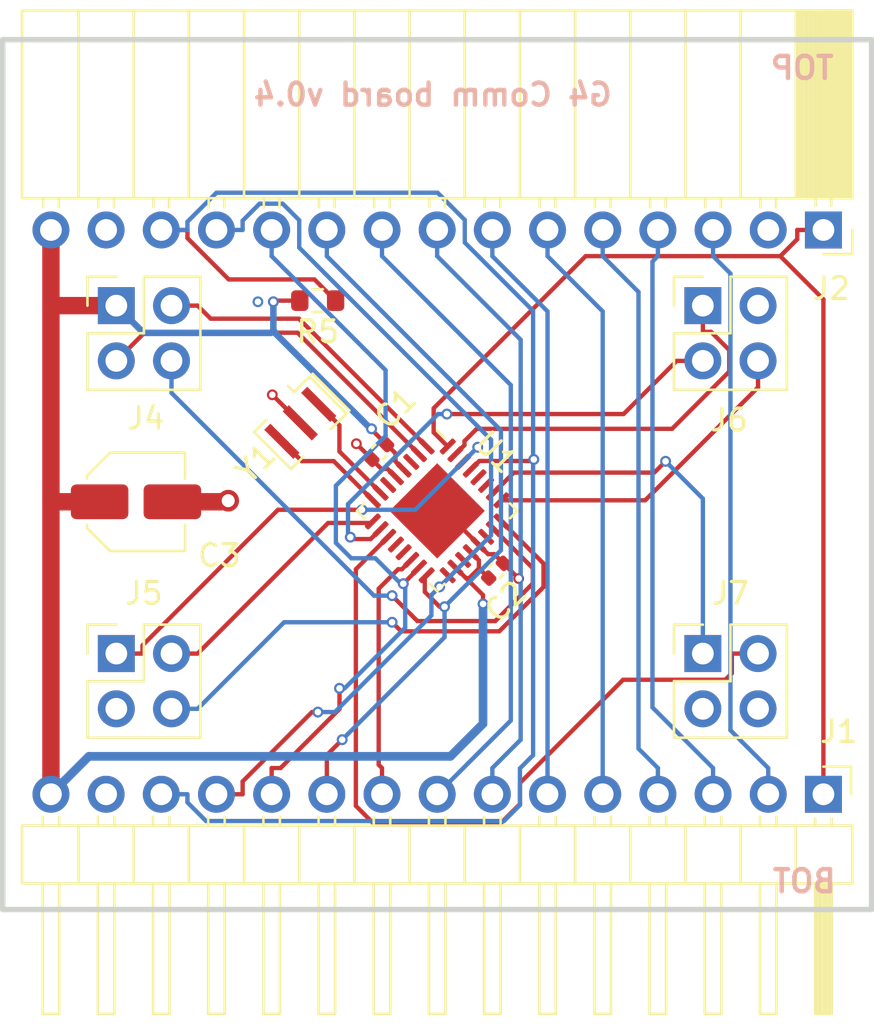
<source format=kicad_pcb>
(kicad_pcb (version 20221018) (generator pcbnew)
  (layers (0 "F.Cu" signal) (1 "In1.Cu" signal) (2 "In2.Cu" signal) (31 "B.Cu" signal) (34 "B.Paste" user) (35 "F.Paste" user) (36 "B.SilkS" user "B.Silkscreen") (37 "F.SilkS" user "F.Silkscreen") (38 "B.Mask" user) (39 "F.Mask" user) (44 "Edge.Cuts" user))
  (net 0 "")
  (net 1 "+5V")
  (net 2 "/B0_CS0")
  (net 3 "/B0_CS1")
  (net 4 "/B0_CS2")
  (net 5 "/B0_CS3")
  (net 6 "/B0_CS4")
  (net 7 "/B0_CS5")
  (net 8 "/B0_CS6")
  (net 9 "/B0_CS7")
  (net 10 "/B0_MISO")
  (net 11 "/B0_MOSI")
  (net 12 "/B0_SCK")
  (net 13 "/B1_CS0")
  (net 14 "/B1_CS1")
  (net 15 "/B1_CS2")
  (net 16 "/B1_CS3")
  (net 17 "/B1_MISO")
  (net 18 "/B1_MOSI")
  (net 19 "/B1_SCK")
  (net 20 "/EXT_INT0")
  (net 21 "/RESET_DRV0")
  (net 22 "/RESET_DRV1")
  (net 23 "/RESET_DRV2")
  (net 24 "/RESET_DRV3")
  (net 25 "/RESET_MSTR")
  (net 26 "/XTAL1")
  (net 27 "/XTAL2")
  (net 28 "GND")
  (footprint "Connector_PinSocket_2.54mm:PinSocket_2x02_P2.54mm_Vertical" (layer "F.Cu") (at 57.77 62.23)
    (fp_text reference "J4" (at -1.1788 5.1816) (layer "F.SilkS"))
    (fp_text value "2x2 socket")
    (pad "1" thru_hole rect (at -2.54 0) (size 1.7 1.7) (drill 1) (layers "*.Cu" "*.Mask") (net 1 "+5V"))
    (pad "2" thru_hole oval (at 0 0) (size 1.7 1.7) (drill 1) (layers "*.Cu" "*.Mask") (net 13 "/B1_CS0"))
    (pad "3" thru_hole oval (at -2.54 2.54) (size 1.7 1.7) (drill 1) (layers "*.Cu" "*.Mask") (net 19 "/B1_SCK"))
    (pad "4" thru_hole oval (at 0 2.54) (size 1.7 1.7) (drill 1) (layers "*.Cu" "*.Mask") (net 21 "/RESET_DRV0"))
  )
  (footprint "Connector_PinSocket_2.54mm:PinSocket_2x02_P2.54mm_Vertical" (layer "F.Cu") (at 84.77 62.23)
    (fp_text reference "J6" (at -1.331 5.2578) (layer "F.SilkS"))
    (fp_text value "2x2 socket")
    (pad "1" thru_hole rect (at -2.54 0) (size 1.7 1.7) (drill 1) (layers "*.Cu" "*.Mask") (net 18 "/B1_MOSI"))
    (pad "2" thru_hole oval (at 0 0) (size 1.7 1.7) (drill 1) (layers "*.Cu" "*.Mask"))
    (pad "3" thru_hole oval (at -2.54 2.54) (size 1.7 1.7) (drill 1) (layers "*.Cu" "*.Mask") (net 15 "/B1_CS2"))
    (pad "4" thru_hole oval (at 0 2.54) (size 1.7 1.7) (drill 1) (layers "*.Cu" "*.Mask") (net 23 "/RESET_DRV2"))
  )
  (footprint "Connector_PinSocket_2.54mm:PinSocket_2x02_P2.54mm_Vertical" (layer "F.Cu") (at 57.77 78.23)
    (fp_text reference "J5" (at -1.27 -2.77) (layer "F.SilkS"))
    (fp_text value "2x2 socket")
    (pad "1" thru_hole rect (at -2.54 0) (size 1.7 1.7) (drill 1) (layers "*.Cu" "*.Mask") (net 17 "/B1_MISO"))
    (pad "2" thru_hole oval (at 0 0) (size 1.7 1.7) (drill 1) (layers "*.Cu" "*.Mask") (net 14 "/B1_CS1"))
    (pad "3" thru_hole oval (at -2.54 2.54) (size 1.7 1.7) (drill 1) (layers "*.Cu" "*.Mask"))
    (pad "4" thru_hole oval (at 0 2.54) (size 1.7 1.7) (drill 1) (layers "*.Cu" "*.Mask") (net 22 "/RESET_DRV1"))
  )
  (footprint "Connector_PinSocket_2.54mm:PinSocket_2x02_P2.54mm_Vertical" (layer "F.Cu") (at 84.77 78.23)
    (fp_text reference "J7" (at -1.27 -2.77) (layer "F.SilkS"))
    (fp_text value "2x2 socket")
    (pad "1" thru_hole rect (at -2.54 0) (size 1.7 1.7) (drill 1) (layers "*.Cu" "*.Mask") (net 24 "/RESET_DRV3"))
    (pad "2" thru_hole oval (at 0 0) (size 1.7 1.7) (drill 1) (layers "*.Cu" "*.Mask") (net 16 "/B1_CS3"))
    (pad "3" thru_hole oval (at -2.54 2.54) (size 1.7 1.7) (drill 1) (layers "*.Cu" "*.Mask") (net 28 "GND"))
    (pad "4" thru_hole oval (at 0 2.54) (size 1.7 1.7) (drill 1) (layers "*.Cu" "*.Mask"))
  )
  (footprint "Resistor_SMD:R_0603_1608Metric" (layer "F.Cu") (at 64.5 62 180)
    (fp_text reference "R5" (at 0 -1.43) (layer "F.SilkS"))
    (fp_text value "4.7k")
    (pad "1" smd roundrect (at -0.825 0 180) (size 0.8 0.95) (layers "F.Cu" "F.Paste" "F.Mask") (net 25 "/RESET_MSTR"))
    (pad "2" smd roundrect (at 0.825 0 180) (size 0.8 0.95) (layers "F.Cu" "F.Paste" "F.Mask") (net 1 "+5V"))
  )
  (footprint "Connector_PinHeader_2.54mm:PinHeader_1x15_P2.54mm_Horizontal" (layer "F.Cu") (at 87.78 84.7 -90)
    (fp_text reference "J1" (at -2.8866 -0.7136) (layer "F.SilkS"))
    (fp_text value "1x15 header")
    (pad "1" thru_hole rect (at 0 0 270) (size 1.7 1.7) (drill 1) (layers "*.Cu" "*.Mask") (net 20 "/EXT_INT0"))
    (pad "2" thru_hole oval (at 0 2.54 270) (size 1.7 1.7) (drill 1) (layers "*.Cu" "*.Mask") (net 9 "/B0_CS7"))
    (pad "3" thru_hole oval (at 0 5.08 270) (size 1.7 1.7) (drill 1) (layers "*.Cu" "*.Mask") (net 8 "/B0_CS6"))
    (pad "4" thru_hole oval (at 0 7.62 270) (size 1.7 1.7) (drill 1) (layers "*.Cu" "*.Mask") (net 7 "/B0_CS5"))
    (pad "5" thru_hole oval (at 0 10.16 270) (size 1.7 1.7) (drill 1) (layers "*.Cu" "*.Mask") (net 6 "/B0_CS4"))
    (pad "6" thru_hole oval (at 0 12.7 270) (size 1.7 1.7) (drill 1) (layers "*.Cu" "*.Mask") (net 5 "/B0_CS3"))
    (pad "7" thru_hole oval (at 0 15.24 270) (size 1.7 1.7) (drill 1) (layers "*.Cu" "*.Mask") (net 4 "/B0_CS2"))
    (pad "8" thru_hole oval (at 0 17.78 270) (size 1.7 1.7) (drill 1) (layers "*.Cu" "*.Mask") (net 3 "/B0_CS1"))
    (pad "9" thru_hole oval (at 0 20.32 270) (size 1.7 1.7) (drill 1) (layers "*.Cu" "*.Mask") (net 2 "/B0_CS0"))
    (pad "10" thru_hole oval (at 0 22.86 270) (size 1.7 1.7) (drill 1) (layers "*.Cu" "*.Mask") (net 10 "/B0_MISO"))
    (pad "11" thru_hole oval (at 0 25.4 270) (size 1.7 1.7) (drill 1) (layers "*.Cu" "*.Mask") (net 11 "/B0_MOSI"))
    (pad "12" thru_hole oval (at 0 27.94 270) (size 1.7 1.7) (drill 1) (layers "*.Cu" "*.Mask") (net 12 "/B0_SCK"))
    (pad "13" thru_hole oval (at 0 30.48 270) (size 1.7 1.7) (drill 1) (layers "*.Cu" "*.Mask") (net 25 "/RESET_MSTR"))
    (pad "14" thru_hole oval (at 0 33.02 270) (size 1.7 1.7) (drill 1) (layers "*.Cu" "*.Mask") (net 28 "GND"))
    (pad "15" thru_hole oval (at 0 35.56 270) (size 1.7 1.7) (drill 1) (layers "*.Cu" "*.Mask") (net 1 "+5V"))
  )
  (footprint "Capacitor_SMD:C_0402_1005Metric" (layer "F.Cu") (at 72.7106 74.4194 45)
    (fp_text reference "C2" (at -0.693798 1.315219 45) (layer "F.SilkS"))
    (fp_text value "1uF")
    (pad "1" smd roundrect (at -0.48 0 45) (size 0.56 0.62) (layers "F.Cu" "F.Paste" "F.Mask") (net 1 "+5V"))
    (pad "2" smd roundrect (at 0.48 0 45) (size 0.56 0.62) (layers "F.Cu" "F.Paste" "F.Mask") (net 28 "GND"))
  )
  (footprint "Connector_PinSocket_2.54mm:PinSocket_1x15_P2.54mm_Horizontal" (layer "F.Cu") (at 87.78 58.75 -90)
    (fp_text reference "J2" (at 2.6926 -0.358 -180) (layer "F.SilkS"))
    (fp_text value "1x15 socket")
    (pad "1" thru_hole rect (at 0 0 270) (size 1.7 1.7) (drill 1) (layers "*.Cu" "*.Mask") (net 20 "/EXT_INT0"))
    (pad "2" thru_hole oval (at 0 2.54 270) (size 1.7 1.7) (drill 1) (layers "*.Cu" "*.Mask"))
    (pad "3" thru_hole oval (at 0 5.08 270) (size 1.7 1.7) (drill 1) (layers "*.Cu" "*.Mask") (net 9 "/B0_CS7"))
    (pad "4" thru_hole oval (at 0 7.62 270) (size 1.7 1.7) (drill 1) (layers "*.Cu" "*.Mask") (net 8 "/B0_CS6"))
    (pad "5" thru_hole oval (at 0 10.16 270) (size 1.7 1.7) (drill 1) (layers "*.Cu" "*.Mask") (net 7 "/B0_CS5"))
    (pad "6" thru_hole oval (at 0 12.7 270) (size 1.7 1.7) (drill 1) (layers "*.Cu" "*.Mask") (net 6 "/B0_CS4"))
    (pad "7" thru_hole oval (at 0 15.24 270) (size 1.7 1.7) (drill 1) (layers "*.Cu" "*.Mask") (net 5 "/B0_CS3"))
    (pad "8" thru_hole oval (at 0 17.78 270) (size 1.7 1.7) (drill 1) (layers "*.Cu" "*.Mask") (net 4 "/B0_CS2"))
    (pad "9" thru_hole oval (at 0 20.32 270) (size 1.7 1.7) (drill 1) (layers "*.Cu" "*.Mask") (net 3 "/B0_CS1"))
    (pad "10" thru_hole oval (at 0 22.86 270) (size 1.7 1.7) (drill 1) (layers "*.Cu" "*.Mask") (net 10 "/B0_MISO"))
    (pad "11" thru_hole oval (at 0 25.4 270) (size 1.7 1.7) (drill 1) (layers "*.Cu" "*.Mask") (net 11 "/B0_MOSI"))
    (pad "12" thru_hole oval (at 0 27.94 270) (size 1.7 1.7) (drill 1) (layers "*.Cu" "*.Mask") (net 12 "/B0_SCK"))
    (pad "13" thru_hole oval (at 0 30.48 270) (size 1.7 1.7) (drill 1) (layers "*.Cu" "*.Mask") (net 25 "/RESET_MSTR"))
    (pad "14" thru_hole oval (at 0 33.02 270) (size 1.7 1.7) (drill 1) (layers "*.Cu" "*.Mask") (net 28 "GND"))
    (pad "15" thru_hole oval (at 0 35.56 270) (size 1.7 1.7) (drill 1) (layers "*.Cu" "*.Mask") (net 1 "+5V"))
  )
  (footprint "Package_DFN_QFN:QFN-32-1EP_5x5mm_P0.5mm_EP3.1x3.1mm" (layer "F.Cu") (at 70 71.6683 -45)
    (fp_text reference "U1" (at 0 -3.82 135) (layer "F.SilkS"))
    (fp_text value "ATmega328PB-M")
    (pad "1" smd roundrect (at -2.4375 -1.75 315) (size 0.875 0.25) (layers "F.Cu" "F.Paste" "F.Mask") (net 13 "/B1_CS0"))
    (pad "2" smd roundrect (at -2.4375 -1.25 315) (size 0.875 0.25) (layers "F.Cu" "F.Paste" "F.Mask") (net 19 "/B1_SCK"))
    (pad "3" smd roundrect (at -2.4375 -0.75 315) (size 0.875 0.25) (layers "F.Cu" "F.Paste" "F.Mask"))
    (pad "4" smd roundrect (at -2.4375 -0.25 315) (size 0.875 0.25) (layers "F.Cu" "F.Paste" "F.Mask") (net 1 "+5V"))
    (pad "5" smd roundrect (at -2.4375 0.25 315) (size 0.875 0.25) (layers "F.Cu" "F.Paste" "F.Mask") (net 28 "GND"))
    (pad "6" smd roundrect (at -2.4375 0.75 315) (size 0.875 0.25) (layers "F.Cu" "F.Paste" "F.Mask"))
    (pad "7" smd roundrect (at -2.4375 1.25 315) (size 0.875 0.25) (layers "F.Cu" "F.Paste" "F.Mask") (net 26 "/XTAL1"))
    (pad "8" smd roundrect (at -2.4375 1.75 315) (size 0.875 0.25) (layers "F.Cu" "F.Paste" "F.Mask") (net 27 "/XTAL2"))
    (pad "9" smd roundrect (at -1.75 2.4375 315) (size 0.25 0.875) (layers "F.Cu" "F.Paste" "F.Mask") (net 14 "/B1_CS1"))
    (pad "10" smd roundrect (at -1.25 2.4375 315) (size 0.25 0.875) (layers "F.Cu" "F.Paste" "F.Mask") (net 15 "/B1_CS2"))
    (pad "11" smd roundrect (at -0.75 2.4375 315) (size 0.25 0.875) (layers "F.Cu" "F.Paste" "F.Mask") (net 16 "/B1_CS3"))
    (pad "12" smd roundrect (at -0.25 2.4375 315) (size 0.25 0.875) (layers "F.Cu" "F.Paste" "F.Mask"))
    (pad "13" smd roundrect (at 0.25 2.4375 315) (size 0.25 0.875) (layers "F.Cu" "F.Paste" "F.Mask"))
    (pad "14" smd roundrect (at 0.75 2.4375 315) (size 0.25 0.875) (layers "F.Cu" "F.Paste" "F.Mask") (net 2 "/B0_CS0"))
    (pad "15" smd roundrect (at 1.25 2.4375 315) (size 0.25 0.875) (layers "F.Cu" "F.Paste" "F.Mask") (net 11 "/B0_MOSI"))
    (pad "16" smd roundrect (at 1.75 2.4375 315) (size 0.25 0.875) (layers "F.Cu" "F.Paste" "F.Mask") (net 10 "/B0_MISO"))
    (pad "17" smd roundrect (at 2.4375 1.75 315) (size 0.875 0.25) (layers "F.Cu" "F.Paste" "F.Mask") (net 12 "/B0_SCK"))
    (pad "18" smd roundrect (at 2.4375 1.25 315) (size 0.875 0.25) (layers "F.Cu" "F.Paste" "F.Mask") (net 1 "+5V"))
    (pad "19" smd roundrect (at 2.4375 0.75 315) (size 0.875 0.25) (layers "F.Cu" "F.Paste" "F.Mask"))
    (pad "20" smd roundrect (at 2.4375 0.25 315) (size 0.875 0.25) (layers "F.Cu" "F.Paste" "F.Mask") (net 1 "+5V"))
    (pad "21" smd roundrect (at 2.4375 -0.25 315) (size 0.875 0.25) (layers "F.Cu" "F.Paste" "F.Mask") (net 28 "GND"))
    (pad "22" smd roundrect (at 2.4375 -0.75 315) (size 0.875 0.25) (layers "F.Cu" "F.Paste" "F.Mask"))
    (pad "23" smd roundrect (at 2.4375 -1.25 315) (size 0.875 0.25) (layers "F.Cu" "F.Paste" "F.Mask") (net 21 "/RESET_DRV0"))
    (pad "24" smd roundrect (at 2.4375 -1.75 315) (size 0.875 0.25) (layers "F.Cu" "F.Paste" "F.Mask") (net 22 "/RESET_DRV1"))
    (pad "25" smd roundrect (at 1.75 -2.4375 315) (size 0.25 0.875) (layers "F.Cu" "F.Paste" "F.Mask") (net 23 "/RESET_DRV2"))
    (pad "26" smd roundrect (at 1.25 -2.4375 315) (size 0.25 0.875) (layers "F.Cu" "F.Paste" "F.Mask") (net 24 "/RESET_DRV3"))
    (pad "27" smd roundrect (at 0.75 -2.4375 315) (size 0.25 0.875) (layers "F.Cu" "F.Paste" "F.Mask"))
    (pad "28" smd roundrect (at 0.25 -2.4375 315) (size 0.25 0.875) (layers "F.Cu" "F.Paste" "F.Mask"))
    (pad "29" smd roundrect (at -0.25 -2.4375 315) (size 0.25 0.875) (layers "F.Cu" "F.Paste" "F.Mask") (net 25 "/RESET_MSTR"))
    (pad "30" smd roundrect (at -0.75 -2.4375 315) (size 0.25 0.875) (layers "F.Cu" "F.Paste" "F.Mask") (net 17 "/B1_MISO"))
    (pad "31" smd roundrect (at -1.25 -2.4375 315) (size 0.25 0.875) (layers "F.Cu" "F.Paste" "F.Mask") (net 18 "/B1_MOSI"))
    (pad "32" smd roundrect (at -1.75 -2.4375 315) (size 0.25 0.875) (layers "F.Cu" "F.Paste" "F.Mask") (net 20 "/EXT_INT0"))
    (pad "33" smd rect (at 0 0 315) (size 3.1 3.1) (layers "F.Cu" "F.Mask") (net 28 "GND"))
  )
  (footprint "Capacitor_SMD:C_0402_1005Metric" (layer "F.Cu") (at 67.3306 68.96 -135)
    (fp_text reference "C1" (at -1.945958 0.882469 45) (layer "F.SilkS"))
    (fp_text value "1uF")
    (pad "1" smd roundrect (at -0.48 0 225) (size 0.56 0.62) (layers "F.Cu" "F.Paste" "F.Mask") (net 1 "+5V"))
    (pad "2" smd roundrect (at 0.48 0 225) (size 0.56 0.62) (layers "F.Cu" "F.Paste" "F.Mask") (net 28 "GND"))
  )
  (footprint "Crystal:Resonator_SMD_Murata_CSTxExxV-3Pin_3.0x1.1mm" (layer "F.Cu") (at 63.6993 67.6207 -135)
    (fp_text reference "Y1" (at 2.759798 0.141421 45) (layer "F.SilkS"))
    (fp_text value "20MHz")
    (pad "1" smd rect (at -1.2 0 225) (size 0.4 1.9) (layers "F.Cu" "F.Paste" "F.Mask") (net 26 "/XTAL1"))
    (pad "2" smd rect (at 0 0 225) (size 0.4 1.9) (layers "F.Cu" "F.Paste" "F.Mask") (net 28 "GND"))
    (pad "3" smd rect (at 1.2 0 225) (size 0.4 1.9) (layers "F.Cu" "F.Paste" "F.Mask") (net 27 "/XTAL2"))
  )
  (footprint "Capacitor_SMD:C_Elec_4x5.4" (layer "F.Cu") (at 56.135 71.25)
    (fp_text reference "C3" (at 3.835 2.47) (layer "F.SilkS"))
    (fp_text value "22uF")
    (pad "1" smd roundrect (at -1.675 0) (size 2.65 1.6) (layers "F.Cu" "F.Paste" "F.Mask") (roundrect_rratio 0.15625) (net 1 "+5V"))
    (pad "2" smd roundrect (at 1.675 0) (size 2.65 1.6) (layers "F.Cu" "F.Paste" "F.Mask") (roundrect_rratio 0.15625) (net 28 "GND"))
  )
  (gr_line (start 90 90) (end 90 50) (stroke (width 0.25)) (layer "Edge.Cuts"))
  (gr_line (start 90 50) (end 50 50) (stroke (width 0.25)) (layer "Edge.Cuts"))
  (gr_line (start 50 50) (end 50 90) (stroke (width 0.25)) (layer "Edge.Cuts"))
  (gr_line (start 50 90) (end 90 90) (stroke (width 0.25)) (layer "Edge.Cuts"))
  (gr_text "BOT" (at 86.9 88.7) (layer "B.SilkS") (effects (font (size 1.016 1.016) (thickness 0.2032)) (justify mirror)))
  (gr_text "G4 Comm board v0.4" (at 69.7992 52.5272) (layer "B.SilkS") (effects (font (size 1.016 1.016) (thickness 0.2032)) (justify mirror)))
  (gr_text "TOP" (at 86.8 51.3) (layer "B.SilkS") (effects (font (size 1.016 1.016) (thickness 0.2032)) (justify mirror)))
  (via blind (at 61.7474 62.0522) (size 0.5) (drill 0.3) (layers "In2.Cu" "B.Cu") (net 0))
  (segment (start 62.5108 62) (end 62.4586 62.0522) (width 0.2) (layer "F.Cu") (net 1))
  (segment (start 71.3298 74.7588) (end 72.1106 75.5396) (width 0.2) (layer "F.Cu") (net 1))
  (segment (start 72.1106 75.5396) (end 72.1106 75.946) (width 0.2) (layer "F.Cu") (net 1))
  (segment (start 71.9191 73.941) (end 71.9191 74.3067) (width 0.2) (layer "F.Cu") (net 1))
  (segment (start 68.4532 69.7632) (end 68.4532 69.768) (width 0.2) (layer "F.Cu") (net 1))
  (segment (start 71.3227 74.7588) (end 71.3298 74.7588) (width 0.2) (layer "F.Cu") (net 1))
  (segment (start 71.3227 74.7588) (end 71.3298 74.7588) (width 0.2) (layer "F.Cu") (net 1))
  (segment (start 71.476 74.7588) (end 71.9191 74.3157) (width 0.2) (layer "F.Cu") (net 1))
  (segment (start 52.22 84.7) (end 52.22 71.13) (width 0.8) (layer "F.Cu") (net 1))
  (segment (start 67.6806 68.6206) (end 68.0809 69.0209) (width 0.2) (layer "F.Cu") (net 1))
  (segment (start 66.9798 67.8942) (end 66.9798 67.9304) (width 0.2) (layer "F.Cu") (net 1))
  (segment (start 63.675 62) (end 62.5108 62) (width 0.2) (layer "F.Cu") (net 1))
  (segment (start 71.3298 74.7588) (end 71.476 74.7588) (width 0.2) (layer "F.Cu") (net 1))
  (segment (start 55.23 62.23) (end 52.23 62.23) (width 0.8) (layer "F.Cu") (net 1))
  (segment (start 68.0809 69.0209) (end 68.0809 69.3957) (width 0.2) (layer "F.Cu") (net 1))
  (segment (start 71.9191 74.3157) (end 71.9191 74.3067) (width 0.2) (layer "F.Cu") (net 1))
  (segment (start 52.23 62.23) (end 52.22 62.22) (width 0.2) (layer "F.Cu") (net 1))
  (segment (start 68.22 69.53) (end 68.4532 69.7632) (width 0.2) (layer "F.Cu") (net 1))
  (segment (start 67.67 68.6206) (end 67.6806 68.6206) (width 0.2) (layer "F.Cu") (net 1))
  (segment (start 52.34 71.25) (end 52.22 71.13) (width 0.2) (layer "F.Cu") (net 1))
  (segment (start 54.46 71.25) (end 52.34 71.25) (width 0.8) (layer "F.Cu") (net 1))
  (segment (start 71.3227 74.7588) (end 70.8397 74.2758) (width 0.2) (layer "F.Cu") (net 1))
  (segment (start 71.9191 74.3067) (end 72.3712 74.7588) (width 0.2) (layer "F.Cu") (net 1))
  (segment (start 66.9798 67.9304) (end 67.67 68.6206) (width 0.2) (layer "F.Cu") (net 1))
  (segment (start 63.7032 62.0282) (end 63.675 62) (width 0.2) (layer "F.Cu") (net 1))
  (segment (start 52.22 71.13) (end 52.22 62.22) (width 0.8) (layer "F.Cu") (net 1))
  (segment (start 52.22 62.22) (end 52.22 58.75) (width 0.8) (layer "F.Cu") (net 1))
  (segment (start 71.5468 73.5686) (end 71.5468 73.5687) (width 0.2) (layer "F.Cu") (net 1))
  (segment (start 71.5468 73.5687) (end 71.9191 73.941) (width 0.2) (layer "F.Cu") (net 1))
  (segment (start 68.0809 69.3957) (end 68.4532 69.768) (width 0.2) (layer "F.Cu") (net 1))
  (via (at 72.1106 75.946) (size 0.5) (drill 0.3) (layers "F.Cu" "B.Cu") (net 1))
  (via (at 66.9798 67.8942) (size 0.5) (drill 0.3) (layers "F.Cu" "B.Cu") (net 1))
  (via (at 62.4586 62.0522) (size 0.5) (drill 0.3) (layers "F.Cu" "B.Cu") (net 1))
  (segment (start 62.4586 63.373) (end 62.5196 63.434) (width 0.2) (layer "B.Cu") (net 1))
  (segment (start 66.9417 67.8942) (end 66.9798 67.8942) (width 0.3) (layer "B.Cu") (net 1))
  (segment (start 56.484 63.484) (end 62.3476 63.484) (width 0.3) (layer "B.Cu") (net 1))
  (segment (start 62.3476 63.484) (end 62.4586 63.373) (width 0.3) (layer "B.Cu") (net 1))
  (segment (start 72.1106 81.4578) (end 70.612 82.9564) (width 0.4) (layer "B.Cu") (net 1))
  (segment (start 55.23 62.23) (end 56.484 63.484) (width 0.3) (layer "B.Cu") (net 1))
  (segment (start 72.1106 75.946) (end 72.1106 81.4578) (width 0.4) (layer "B.Cu") (net 1))
  (segment (start 62.4586 62.0522) (end 62.4586 63.373) (width 0.3) (layer "B.Cu") (net 1))
  (segment (start 62.5196 63.4721) (end 66.9417 67.8942) (width 0.3) (layer "B.Cu") (net 1))
  (segment (start 62.5196 63.434) (end 62.5196 63.4721) (width 0.3) (layer "B.Cu") (net 1))
  (segment (start 53.9636 82.9564) (end 52.22 84.7) (width 0.4) (layer "B.Cu") (net 1))
  (segment (start 70.612 82.9564) (end 53.9636 82.9564) (width 0.4) (layer "B.Cu") (net 1))
  (segment (start 67.46 84.7) (end 67.46 83.4959) (width 0.2) (layer "F.Cu") (net 2))
  (segment (start 67.46 83.4959) (end 67.3076 83.3435) (width 0.2) (layer "F.Cu") (net 2))
  (segment (start 68.3761 74.3529) (end 68.8068 73.9222) (width 0.2) (layer "F.Cu") (net 2))
  (segment (start 67.3076 75.249) (end 68.2037 74.3529) (width 0.2) (layer "F.Cu") (net 2))
  (segment (start 67.3076 83.3435) (end 67.3076 75.249) (width 0.2) (layer "F.Cu") (net 2))
  (segment (start 68.2037 74.3529) (end 68.3761 74.3529) (width 0.2) (layer "F.Cu") (net 2))
  (segment (start 67.46 58.75) (end 67.46 59.9541) (width 0.2) (layer "B.Cu") (net 3))
  (segment (start 73.389 65.8831) (end 67.46 59.9541) (width 0.2) (layer "B.Cu") (net 3))
  (segment (start 70 84.7) (end 73.389 81.311) (width 0.2) (layer "B.Cu") (net 3))
  (segment (start 73.389 81.311) (end 73.389 65.8831) (width 0.2) (layer "B.Cu") (net 3))
  (segment (start 73.8431 82.1928) (end 73.8431 63.7972) (width 0.2) (layer "B.Cu") (net 4))
  (segment (start 72.54 84.7) (end 72.54 83.4959) (width 0.2) (layer "B.Cu") (net 4))
  (segment (start 73.8431 63.7972) (end 70 59.9541) (width 0.2) (layer "B.Cu") (net 4))
  (segment (start 70 58.75) (end 70 59.9541) (width 0.2) (layer "B.Cu") (net 4))
  (segment (start 72.54 83.4959) (end 73.8431 82.1928) (width 0.2) (layer "B.Cu") (net 4))
  (segment (start 75.08 84.7) (end 75.08 83.4959) (width 0.2) (layer "B.Cu") (net 5))
  (segment (start 72.54 59.9541) (end 75.08 62.4941) (width 0.2) (layer "B.Cu") (net 5))
  (segment (start 72.54 58.75) (end 72.54 59.9541) (width 0.2) (layer "B.Cu") (net 5))
  (segment (start 75.08 62.4941) (end 75.08 83.4959) (width 0.2) (layer "B.Cu") (net 5))
  (segment (start 75.08 59.9541) (end 77.62 62.4941) (width 0.2) (layer "B.Cu") (net 6))
  (segment (start 77.62 62.4941) (end 77.62 84.7) (width 0.2) (layer "B.Cu") (net 6))
  (segment (start 75.08 58.75) (end 75.08 59.9541) (width 0.2) (layer "B.Cu") (net 6))
  (segment (start 77.62 59.9541) (end 79.2682 61.6023) (width 0.2) (layer "B.Cu") (net 7))
  (segment (start 79.2682 61.6023) (end 79.2682 82.6041) (width 0.2) (layer "B.Cu") (net 7))
  (segment (start 79.2682 82.6041) (end 80.16 83.4959) (width 0.2) (layer "B.Cu") (net 7))
  (segment (start 80.16 84.7) (end 80.16 83.4959) (width 0.2) (layer "B.Cu") (net 7))
  (segment (start 77.62 58.75) (end 77.62 59.9541) (width 0.2) (layer "B.Cu") (net 7))
  (segment (start 80.16 58.75) (end 80.16 59.9541) (width 0.2) (layer "B.Cu") (net 8))
  (segment (start 79.9105 80.7064) (end 82.7 83.4959) (width 0.2) (layer "B.Cu") (net 8))
  (segment (start 82.7 84.7) (end 82.7 83.4959) (width 0.2) (layer "B.Cu") (net 8))
  (segment (start 79.9105 60.2036) (end 79.9105 80.7064) (width 0.2) (layer "B.Cu") (net 8))
  (segment (start 80.16 59.9541) (end 79.9105 60.2036) (width 0.2) (layer "B.Cu") (net 8))
  (segment (start 83.5 60.7541) (end 83.5 81.7559) (width 0.2) (layer "B.Cu") (net 9))
  (segment (start 83.5 81.7559) (end 85.24 83.4959) (width 0.2) (layer "B.Cu") (net 9))
  (segment (start 85.24 84.7) (end 85.24 83.4959) (width 0.2) (layer "B.Cu") (net 9))
  (segment (start 82.7 58.75) (end 82.7 59.9541) (width 0.2) (layer "B.Cu") (net 9))
  (segment (start 82.7 59.9541) (end 83.5 60.7541) (width 0.2) (layer "B.Cu") (net 9))
  (segment (start 65.6264 82.1907) (end 64.92 82.8971) (width 0.2) (layer "F.Cu") (net 10))
  (segment (start 69.4301 74.7131) (end 69.5139 74.6293) (width 0.2) (layer "F.Cu") (net 10))
  (segment (start 69.4301 75.3941) (end 69.4301 74.7131) (width 0.2) (layer "F.Cu") (net 10))
  (segment (start 70.3389 76.0758) (end 70.1118 76.0758) (width 0.2) (layer "F.Cu") (net 10))
  (segment (start 64.92 82.8971) (end 64.92 84.7) (width 0.2) (layer "F.Cu") (net 10))
  (segment (start 70.1118 76.0758) (end 69.4301 75.3941) (width 0.2) (layer "F.Cu") (net 10))
  (via (at 70.3389 76.0758) (size 0.5) (drill 0.3) (layers "F.Cu" "B.Cu") (net 10))
  (via (at 65.6264 82.1907) (size 0.5) (drill 0.3) (layers "F.Cu" "B.Cu") (net 10))
  (segment (start 65.6264 82.1907) (end 70.3389 77.4782) (width 0.2) (layer "B.Cu") (net 10))
  (segment (start 72.9349 67.969) (end 72.9349 73.4798) (width 0.2) (layer "B.Cu") (net 10))
  (segment (start 72.9349 73.4798) (end 70.3389 76.0758) (width 0.2) (layer "B.Cu") (net 10))
  (segment (start 64.92 58.75) (end 64.92 59.9541) (width 0.2) (layer "B.Cu") (net 10))
  (segment (start 64.92 59.9541) (end 72.9349 67.969) (width 0.2) (layer "B.Cu") (net 10))
  (segment (start 70.3389 77.4782) (end 70.3389 76.0758) (width 0.2) (layer "B.Cu") (net 10))
  (segment (start 68.4392 75.0167) (end 69.1603 74.2956) (width 0.2) (layer "F.Cu") (net 11))
  (segment (start 62.38 83.4959) (end 62.787 83.4959) (width 0.2) (layer "F.Cu") (net 11))
  (segment (start 69.1603 74.2956) (end 69.1603 74.2758) (width 0.2) (layer "F.Cu") (net 11))
  (segment (start 65.5032 80.7797) (end 65.5032 79.8299) (width 0.2) (layer "F.Cu") (net 11))
  (segment (start 62.38 84.7) (end 62.38 83.4959) (width 0.2) (layer "F.Cu") (net 11))
  (segment (start 62.787 83.4959) (end 65.5032 80.7797) (width 0.2) (layer "F.Cu") (net 11))
  (via (at 65.5032 79.8299) (size 0.5) (drill 0.3) (layers "F.Cu" "B.Cu") (net 11))
  (via (at 68.4392 75.0167) (size 0.5) (drill 0.3) (layers "F.Cu" "B.Cu") (net 11))
  (segment (start 68.3832 75.0727) (end 68.4392 75.0167) (width 0.2) (layer "B.Cu") (net 11))
  (segment (start 65.7382 79.8299) (end 68.528 77.0401) (width 0.2) (layer "B.Cu") (net 11))
  (segment (start 67.625 68.2227) (end 65.3355 70.5122) (width 0.2) (layer "B.Cu") (net 11))
  (segment (start 62.38 58.75) (end 62.38 59.9541) (width 0.2) (layer "B.Cu") (net 11))
  (segment (start 67.625 65.1991) (end 67.625 68.2227) (width 0.2) (layer "B.Cu") (net 11))
  (segment (start 68.528 75.2175) (end 68.3832 75.0727) (width 0.2) (layer "B.Cu") (net 11))
  (segment (start 65.3355 73.1358) (end 66.0463 73.8466) (width 0.2) (layer "B.Cu") (net 11))
  (segment (start 68.528 77.0401) (end 68.528 75.2175) (width 0.2) (layer "B.Cu") (net 11))
  (segment (start 66.0463 73.8466) (end 67.1571 73.8466) (width 0.2) (layer "B.Cu") (net 11))
  (segment (start 67.1571 73.8466) (end 68.3832 75.0727) (width 0.2) (layer "B.Cu") (net 11))
  (segment (start 62.38 59.9541) (end 67.625 65.1991) (width 0.2) (layer "B.Cu") (net 11))
  (segment (start 65.3355 70.5122) (end 65.3355 73.1358) (width 0.2) (layer "B.Cu") (net 11))
  (segment (start 65.5032 79.8299) (end 65.7382 79.8299) (width 0.2) (layer "B.Cu") (net 11))
  (segment (start 70.4861 74.7868) (end 70.1107 75.1622) (width 0.2) (layer "F.Cu") (net 12))
  (segment (start 70.4861 74.6293) (end 70.4861 74.7868) (width 0.2) (layer "F.Cu") (net 12))
  (segment (start 61.0441 84.1129) (end 61.0441 84.7) (width 0.2) (layer "F.Cu") (net 12))
  (segment (start 64.236 80.921) (end 61.0441 84.1129) (width 0.2) (layer "F.Cu") (net 12))
  (segment (start 59.84 84.7) (end 61.0441 84.7) (width 0.2) (layer "F.Cu") (net 12))
  (segment (start 64.5075 80.921) (end 64.236 80.921) (width 0.2) (layer "F.Cu") (net 12))
  (via (at 70.1107 75.1622) (size 0.5) (drill 0.3) (layers "F.Cu" "B.Cu") (net 12))
  (via (at 64.5075 80.921) (size 0.5) (drill 0.3) (layers "F.Cu" "B.Cu") (net 12))
  (segment (start 64.5075 80.921) (end 64.5075 80.9209) (width 0.2) (layer "B.Cu") (net 12))
  (segment (start 59.84 58.75) (end 61.0441 58.75) (width 0.2) (layer "B.Cu") (net 12))
  (segment (start 72.4808 72.7921) (end 72.4808 68.3955) (width 0.2) (layer "B.Cu") (net 12))
  (segment (start 61.8264 57.5417) (end 61.0441 58.324) (width 0.2) (layer "B.Cu") (net 12))
  (segment (start 61.0441 58.324) (end 61.0441 58.75) (width 0.2) (layer "B.Cu") (net 12))
  (segment (start 70.1107 75.1622) (end 72.4808 72.7921) (width 0.2) (layer "B.Cu") (net 12))
  (segment (start 65.2894 80.9209) (end 69.7348 76.4755) (width 0.2) (layer "B.Cu") (net 12))
  (segment (start 72.4808 68.3955) (end 63.65 59.5647) (width 0.2) (layer "B.Cu") (net 12))
  (segment (start 69.7348 75.5381) (end 70.1107 75.1622) (width 0.2) (layer "B.Cu") (net 12))
  (segment (start 62.8883 57.5417) (end 61.8264 57.5417) (width 0.2) (layer "B.Cu") (net 12))
  (segment (start 69.7348 76.4755) (end 69.7348 75.5381) (width 0.2) (layer "B.Cu") (net 12))
  (segment (start 63.65 58.3034) (end 62.8883 57.5417) (width 0.2) (layer "B.Cu") (net 12))
  (segment (start 63.65 59.5647) (end 63.65 58.3034) (width 0.2) (layer "B.Cu") (net 12))
  (segment (start 64.5075 80.9209) (end 65.2894 80.9209) (width 0.2) (layer "B.Cu") (net 12))
  (segment (start 57.77 62.23) (end 58.9741 62.23) (width 0.2) (layer "F.Cu") (net 13))
  (segment (start 58.9741 62.23) (end 59.5741 62.83) (width 0.2) (layer "F.Cu") (net 13))
  (segment (start 63.6366 62.83) (end 69.5139 68.7073) (width 0.2) (layer "F.Cu") (net 13))
  (segment (start 59.5741 62.83) (end 63.6366 62.83) (width 0.2) (layer "F.Cu") (net 13))
  (segment (start 67.039 72.1544) (end 66.9713 72.2221) (width 0.2) (layer "F.Cu") (net 14))
  (segment (start 64.982 72.2221) (end 58.9741 78.23) (width 0.2) (layer "F.Cu") (net 14))
  (segment (start 57.77 78.23) (end 58.9741 78.23) (width 0.2) (layer "F.Cu") (net 14))
  (segment (start 66.9713 72.2221) (end 64.982 72.2221) (width 0.2) (layer "F.Cu") (net 14))
  (segment (start 82.23 64.77) (end 81.0259 64.77) (width 0.2) (layer "F.Cu") (net 15))
  (segment (start 67.3925 72.508) (end 66.9352 72.9653) (width 0.2) (layer "F.Cu") (net 15))
  (segment (start 66.9352 72.9653) (end 66.0887 72.9653) (width 0.2) (layer "F.Cu") (net 15))
  (segment (start 78.5804 67.2155) (end 81.0259 64.77) (width 0.2) (layer "F.Cu") (net 15))
  (segment (start 70.4465 67.2155) (end 78.5804 67.2155) (width 0.2) (layer "F.Cu") (net 15))
  (segment (start 66.0887 72.9653) (end 66.0011 72.8777) (width 0.2) (layer "F.Cu") (net 15))
  (via (at 66.0011 72.8777) (size 0.5) (drill 0.3) (layers "F.Cu" "B.Cu") (net 15))
  (via (at 70.4465 67.2155) (size 0.5) (drill 0.3) (layers "F.Cu" "B.Cu") (net 15))
  (segment (start 65.8954 71.3592) (end 70.0391 67.2155) (width 0.2) (layer "B.Cu") (net 15))
  (segment (start 65.8954 72.772) (end 65.8954 71.3592) (width 0.2) (layer "B.Cu") (net 15))
  (segment (start 66.0011 72.8777) (end 65.8954 72.772) (width 0.2) (layer "B.Cu") (net 15))
  (segment (start 70.0391 67.2155) (end 70.4465 67.2155) (width 0.2) (layer "B.Cu") (net 15))
  (segment (start 73.81 85.1508) (end 72.9617 85.9991) (width 0.2) (layer "F.Cu") (net 16))
  (segment (start 66.2558 85.2318) (end 66.2558 74.3518) (width 0.2) (layer "F.Cu") (net 16))
  (segment (start 72.9617 85.9991) (end 67.0231 85.9991) (width 0.2) (layer "F.Cu") (net 16))
  (segment (start 67.0231 85.9991) (end 66.2558 85.2318) (width 0.2) (layer "F.Cu") (net 16))
  (segment (start 83.5659 79.1331) (end 83.2649 79.4341) (width 0.2) (layer "F.Cu") (net 16))
  (segment (start 78.5578 79.4341) (end 73.81 84.1819) (width 0.2) (layer "F.Cu") (net 16))
  (segment (start 84.77 78.23) (end 83.5659 78.23) (width 0.2) (layer "F.Cu") (net 16))
  (segment (start 73.81 84.1819) (end 73.81 85.1508) (width 0.2) (layer "F.Cu") (net 16))
  (segment (start 83.2649 79.4341) (end 78.5578 79.4341) (width 0.2) (layer "F.Cu") (net 16))
  (segment (start 66.2558 74.3518) (end 67.7461 72.8615) (width 0.2) (layer "F.Cu") (net 16))
  (segment (start 83.5659 78.23) (end 83.5659 79.1331) (width 0.2) (layer "F.Cu") (net 16))
  (segment (start 56.4341 77.8537) (end 62.6698 71.618) (width 0.2) (layer "F.Cu") (net 17))
  (segment (start 71.1932 69.4144) (end 71.8657 68.7419) (width 0.2) (layer "F.Cu") (net 17))
  (segment (start 55.23 78.23) (end 56.4341 78.23) (width 0.2) (layer "F.Cu") (net 17))
  (segment (start 62.6698 71.618) (end 66.5393 71.618) (width 0.2) (layer "F.Cu") (net 17))
  (segment (start 56.4341 78.23) (end 56.4341 77.8537) (width 0.2) (layer "F.Cu") (net 17))
  (via (at 66.5393 71.618) (size 0.5) (drill 0.3) (layers "F.Cu" "B.Cu") (net 17))
  (via (at 71.8657 68.7419) (size 0.5) (drill 0.3) (layers "F.Cu" "B.Cu") (net 17))
  (segment (start 66.5393 71.618) (end 68.9896 71.618) (width 0.2) (layer "B.Cu") (net 17))
  (segment (start 68.9896 71.618) (end 71.8657 68.7419) (width 0.2) (layer "B.Cu") (net 17))
  (segment (start 80.8128 67.8949) (end 71.8214 67.8949) (width 0.2) (layer "F.Cu") (net 18))
  (segment (start 82.23 62.23) (end 82.23 63.4341) (width 0.2) (layer "F.Cu") (net 18))
  (segment (start 71.8214 67.8949) (end 71.2571 68.4592) (width 0.2) (layer "F.Cu") (net 18))
  (segment (start 82.23 63.4341) (end 82.6063 63.4341) (width 0.2) (layer "F.Cu") (net 18))
  (segment (start 71.2571 68.4592) (end 71.2571 68.6434) (width 0.2) (layer "F.Cu") (net 18))
  (segment (start 82.6063 63.4341) (end 83.4447 64.2725) (width 0.2) (layer "F.Cu") (net 18))
  (segment (start 83.4447 64.2725) (end 83.4447 65.263) (width 0.2) (layer "F.Cu") (net 18))
  (segment (start 71.2571 68.6434) (end 70.8397 69.0608) (width 0.2) (layer "F.Cu") (net 18))
  (segment (start 83.4447 65.263) (end 80.8128 67.8949) (width 0.2) (layer "F.Cu") (net 18))
  (segment (start 69.1603 69.0608) (end 69.1603 69.0609) (width 0.2) (layer "F.Cu") (net 19))
  (segment (start 63.574 63.4746) (end 69.1603 69.0608) (width 0.2) (layer "F.Cu") (net 19))
  (segment (start 55.23 64.77) (end 56.5254 63.4746) (width 0.2) (layer "F.Cu") (net 19))
  (segment (start 56.5254 63.4746) (end 63.574 63.4746) (width 0.2) (layer "F.Cu") (net 19))
  (segment (start 70.4861 68.7073) (end 69.8383 68.0595) (width 0.2) (layer "F.Cu") (net 20))
  (segment (start 85.7959 59.9541) (end 86.5759 59.1741) (width 0.2) (layer "F.Cu") (net 20))
  (segment (start 86.5759 59.1741) (end 86.5759 58.75) (width 0.2) (layer "F.Cu") (net 20))
  (segment (start 69.8383 68.0595) (end 69.8383 66.9505) (width 0.2) (layer "F.Cu") (net 20))
  (segment (start 76.8347 59.9541) (end 85.7959 59.9541) (width 0.2) (layer "F.Cu") (net 20))
  (segment (start 85.7959 59.9541) (end 87.78 61.9382) (width 0.2) (layer "F.Cu") (net 20))
  (segment (start 87.78 58.75) (end 86.5759 58.75) (width 0.2) (layer "F.Cu") (net 20))
  (segment (start 87.78 61.9382) (end 87.78 84.7) (width 0.2) (layer "F.Cu") (net 20))
  (segment (start 69.8383 66.9505) (end 76.8347 59.9541) (width 0.2) (layer "F.Cu") (net 20))
  (segment (start 74.4023 75.0069) (end 72.674 76.7352) (width 0.2) (layer "F.Cu") (net 21))
  (segment (start 74.4023 74.3028) (end 74.4023 75.0069) (width 0.2) (layer "F.Cu") (net 21))
  (segment (start 72.674 76.7352) (end 69.091 76.7352) (width 0.2) (layer "F.Cu") (net 21))
  (segment (start 72.6075 72.508) (end 74.4023 74.3028) (width 0.2) (layer "F.Cu") (net 21))
  (segment (start 69.091 76.7352) (end 67.9239 75.5681) (width 0.2) (layer "F.Cu") (net 21))
  (via (at 67.9239 75.5681) (size 0.5) (drill 0.3) (layers "F.Cu" "B.Cu") (net 21))
  (segment (start 57.77 66.245) (end 67.0931 75.5681) (width 0.2) (layer "B.Cu") (net 21))
  (segment (start 57.77 64.77) (end 57.77 65.9741) (width 0.2) (layer "B.Cu") (net 21))
  (segment (start 57.77 65.9741) (end 57.77 66.245) (width 0.2) (layer "B.Cu") (net 21))
  (segment (start 67.0931 75.5681) (end 67.9239 75.5681) (width 0.2) (layer "B.Cu") (net 21))
  (segment (start 74.8938 75.1707) (end 72.8577 77.2068) (width 0.2) (layer "F.Cu") (net 22))
  (segment (start 72.961 72.1544) (end 74.8938 74.0872) (width 0.2) (layer "F.Cu") (net 22))
  (segment (start 74.8938 74.0872) (end 74.8938 75.1707) (width 0.2) (layer "F.Cu") (net 22))
  (segment (start 72.8577 77.2068) (end 68.3409 77.2068) (width 0.2) (layer "F.Cu") (net 22))
  (segment (start 68.3409 77.2068) (end 67.9239 76.7898) (width 0.2) (layer "F.Cu") (net 22))
  (via (at 67.9239 76.7898) (size 0.5) (drill 0.3) (layers "F.Cu" "B.Cu") (net 22))
  (segment (start 57.77 80.77) (end 58.9741 80.77) (width 0.2) (layer "B.Cu") (net 22))
  (segment (start 62.9543 76.7898) (end 67.9239 76.7898) (width 0.2) (layer "B.Cu") (net 22))
  (segment (start 58.9741 80.77) (end 62.9543 76.7898) (width 0.2) (layer "B.Cu") (net 22))
  (segment (start 84.77 65.9875) (end 84.77 65.9741) (width 0.2) (layer "F.Cu") (net 23))
  (segment (start 84.77 64.77) (end 84.77 65.9741) (width 0.2) (layer "F.Cu") (net 23))
  (segment (start 72.961 71.1822) (end 79.5753 71.1822) (width 0.2) (layer "F.Cu") (net 23))
  (segment (start 79.5753 71.1822) (end 84.77 65.9875) (width 0.2) (layer "F.Cu") (net 23))
  (segment (start 73.5279 69.9082) (end 79.9949 69.9082) (width 0.2) (layer "F.Cu") (net 24))
  (segment (start 79.9949 69.9082) (end 80.5146 69.3885) (width 0.2) (layer "F.Cu") (net 24))
  (segment (start 72.6075 70.8286) (end 73.5279 69.9082) (width 0.2) (layer "F.Cu") (net 24))
  (via (at 80.5146 69.3885) (size 0.5) (drill 0.3) (layers "F.Cu" "B.Cu") (net 24))
  (segment (start 80.5146 69.3885) (end 82.23 71.1039) (width 0.2) (layer "B.Cu") (net 24))
  (segment (start 82.23 71.1039) (end 82.23 78.23) (width 0.2) (layer "B.Cu") (net 24))
  (segment (start 74.3785 69.3729) (end 74.4473 69.3041) (width 0.2) (layer "F.Cu") (net 25))
  (segment (start 58.5041 58.75) (end 58.5041 59.1243) (width 0.2) (layer "F.Cu") (net 25))
  (segment (start 58.5041 59.1243) (end 60.4056 61.0258) (width 0.2) (layer "F.Cu") (net 25))
  (segment (start 64.3508 61.0258) (end 65.325 62) (width 0.2) (layer "F.Cu") (net 25))
  (segment (start 60.4056 61.0258) (end 64.3508 61.0258) (width 0.2) (layer "F.Cu") (net 25))
  (segment (start 71.9419 69.3729) (end 74.3785 69.3729) (width 0.2) (layer "F.Cu") (net 25))
  (segment (start 71.5468 69.768) (end 71.9419 69.3729) (width 0.2) (layer "F.Cu") (net 25))
  (segment (start 57.3 58.75) (end 58.5041 58.75) (width 0.2) (layer "F.Cu") (net 25))
  (via (at 74.4473 69.3041) (size 0.5) (drill 0.3) (layers "F.Cu" "B.Cu") (net 25))
  (segment (start 73.0746 85.9316) (end 73.81 85.1962) (width 0.2) (layer "B.Cu") (net 25))
  (segment (start 74.4154 69.3041) (end 74.4473 69.3041) (width 0.2) (layer "B.Cu") (net 25))
  (segment (start 73.81 85.1962) (end 73.81 83.5103) (width 0.2) (layer "B.Cu") (net 25))
  (segment (start 57.3 84.7) (end 58.5041 84.7) (width 0.2) (layer "B.Cu") (net 25))
  (segment (start 74.4154 82.9049) (end 74.4154 69.3041) (width 0.2) (layer "B.Cu") (net 25))
  (segment (start 74.4154 62.4717) (end 71.27 59.3263) (width 0.2) (layer "B.Cu") (net 25))
  (segment (start 57.3 58.75) (end 58.5041 58.75) (width 0.2) (layer "B.Cu") (net 25))
  (segment (start 71.27 58.2893) (end 70.0175 57.0368) (width 0.2) (layer "B.Cu") (net 25))
  (segment (start 59.3614 85.9316) (end 73.0746 85.9316) (width 0.2) (layer "B.Cu") (net 25))
  (segment (start 58.5041 84.7) (end 58.5041 85.0743) (width 0.2) (layer "B.Cu") (net 25))
  (segment (start 70.0175 57.0368) (end 59.841 57.0368) (width 0.2) (layer "B.Cu") (net 25))
  (segment (start 58.5041 58.3737) (end 58.5041 58.75) (width 0.2) (layer "B.Cu") (net 25))
  (segment (start 71.27 59.3263) (end 71.27 58.2893) (width 0.2) (layer "B.Cu") (net 25))
  (segment (start 73.81 83.5103) (end 74.4154 82.9049) (width 0.2) (layer "B.Cu") (net 25))
  (segment (start 74.4154 69.3041) (end 74.4154 62.4717) (width 0.2) (layer "B.Cu") (net 25))
  (segment (start 58.5041 85.0743) (end 59.3614 85.9316) (width 0.2) (layer "B.Cu") (net 25))
  (segment (start 59.841 57.0368) (end 58.5041 58.3737) (width 0.2) (layer "B.Cu") (net 25))
  (segment (start 64.2761 66.553) (end 64.2761 66.5586) (width 0.2) (layer "F.Cu") (net 26))
  (segment (start 64.5478 66.775) (end 64.5478 66.7722) (width 0.2) (layer "F.Cu") (net 26))
  (segment (start 64.4925 66.775) (end 64.2761 66.5586) (width 0.2) (layer "F.Cu") (net 26))
  (segment (start 65.5 68.9361) (end 65.5 67.73) (width 0.2) (layer "F.Cu") (net 26))
  (segment (start 67.3925 70.8286) (end 65.5 68.9361) (width 0.2) (layer "F.Cu") (net 26))
  (segment (start 64.5478 66.775) (end 64.4925 66.775) (width 0.2) (layer "F.Cu") (net 26))
  (segment (start 64.5478 66.7778) (end 64.5478 66.775) (width 0.2) (layer "F.Cu") (net 26))
  (segment (start 65.5 67.73) (end 64.5478 66.7778) (width 0.2) (layer "F.Cu") (net 26))
  (segment (start 62.5791 68.2501) (end 62.5791 68.2558) (width 0.2) (layer "F.Cu") (net 27))
  (segment (start 62.5791 68.2558) (end 62.5791 68.2616) (width 0.2) (layer "F.Cu") (net 27))
  (segment (start 62.6374 68.2558) (end 62.8508 68.4692) (width 0.2) (layer "F.Cu") (net 27))
  (segment (start 62.5791 68.2558) (end 62.6374 68.2558) (width 0.2) (layer "F.Cu") (net 27))
  (segment (start 63.77 69.38) (end 65.2368 69.38) (width 0.2) (layer "F.Cu") (net 27))
  (segment (start 65.2368 69.38) (end 67.039 71.1822) (width 0.2) (layer "F.Cu") (net 27))
  (segment (start 62.8508 68.4692) (end 62.8592 68.4692) (width 0.2) (layer "F.Cu") (net 27))
  (segment (start 62.8592 68.4692) (end 63.77 69.38) (width 0.2) (layer "F.Cu") (net 27))
  (segment (start 72.3452 73.66) (end 71.9003 73.2151) (width 0.2) (layer "F.Cu") (net 28))
  (segment (start 73.05 74.08) (end 73.75 74.78) (width 0.2) (layer "F.Cu") (net 28))
  (segment (start 71.9003 73.2151) (end 70.3536 71.6683) (width 0.2) (layer "F.Cu") (net 28))
  (segment (start 63.6993 67.6193) (end 62.41 66.33) (width 0.2) (layer "F.Cu") (net 28))
  (segment (start 63.6993 67.6207) (end 63.6993 67.6193) (width 0.2) (layer "F.Cu") (net 28))
  (segment (start 60.33 71.25) (end 60.38 71.2) (width 0.8) (layer "F.Cu") (net 28))
  (segment (start 66.9912 69.2994) (end 66.9912 69.2912) (width 0.2) (layer "F.Cu") (net 28))
  (segment (start 67.4318 69.74) (end 66.9912 69.2994) (width 0.2) (layer "F.Cu") (net 28))
  (segment (start 57.81 71.25) (end 60.33 71.25) (width 0.8) (layer "F.Cu") (net 28))
  (segment (start 68.0997 70.1197) (end 67.72 69.74) (width 0.2) (layer "F.Cu") (net 28))
  (segment (start 66.9912 69.2912) (end 66.28 68.58) (width 0.2) (layer "F.Cu") (net 28))
  (segment (start 68.0997 70.1197) (end 68.0997 70.1215) (width 0.2) (layer "F.Cu") (net 28))
  (segment (start 67.72 69.74) (end 67.4318 69.74) (width 0.2) (layer "F.Cu") (net 28))
  (segment (start 73.05 74.08) (end 72.63 73.66) (width 0.2) (layer "F.Cu") (net 28))
  (segment (start 72.63 73.66) (end 72.3452 73.66) (width 0.2) (layer "F.Cu") (net 28))
  (segment (start 70.3536 71.6683) (end 70 71.6683) (width 0.2) (layer "F.Cu") (net 28))
  (via blind (at 73.75 74.78) (size 0.5) (drill 0.3) (layers "F.Cu" "In1.Cu") (net 28))
  (via blind (at 60.38 71.2) (size 1) (drill 0.6) (layers "F.Cu" "In1.Cu") (net 28))
  (via blind (at 62.41 66.33) (size 0.5) (drill 0.3) (layers "F.Cu" "In1.Cu") (net 28))
  (via blind (at 66.28 68.58) (size 0.5) (drill 0.3) (layers "F.Cu" "In1.Cu") (net 28))
)
</source>
